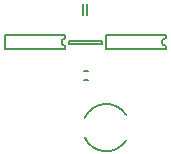
<source format=gbo>
G04 Layer_Color=32896*
%FSLAX24Y24*%
%MOIN*%
G70*
G01*
G75*
%ADD29C,0.0079*%
%ADD30C,0.0050*%
D29*
X4089Y1998D02*
G03*
X2709Y1902I-664J-423D01*
G01*
Y1247D02*
G03*
X4089Y1152I716J327D01*
G01*
X2061Y4550D02*
G03*
X2061Y4300I0J-125D01*
G01*
X5407Y4550D02*
G03*
X5407Y4300I0J-125D01*
G01*
X61Y4183D02*
X2061D01*
X61D02*
Y4667D01*
X2061D01*
Y4550D02*
Y4667D01*
Y4183D02*
Y4300D01*
X3407Y4183D02*
X5407D01*
X3407D02*
Y4667D01*
X5407D01*
Y4550D02*
Y4667D01*
Y4183D02*
Y4300D01*
X2175Y4455D02*
X3297D01*
Y4356D02*
Y4455D01*
X2175Y4356D02*
X3297D01*
X2175D02*
Y4455D01*
D30*
X2647Y5324D02*
Y5699D01*
X2787Y5324D02*
Y5699D01*
X2696Y3467D02*
X2816D01*
X2696Y3147D02*
X2816D01*
M02*

</source>
